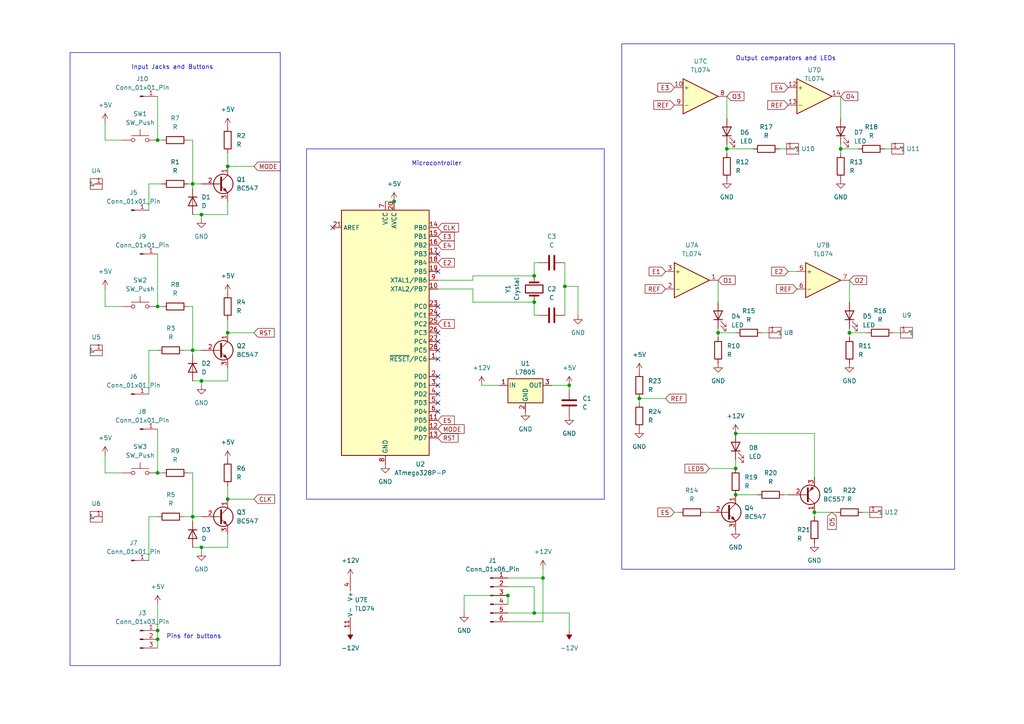
<source format=kicad_sch>
(kicad_sch (version 20230121) (generator eeschema)
  (paper "A4")
  (lib_symbols
    (symbol "Amplifier_Operational:TL074" (pin_names (offset 0.127))
      (property "Reference" "U" (at 0 5.08 0))
      (property "Value" "TL074" (at 0 -5.08 0))
      (symbol "TL074_1_1"
        (pin output line (at 7.62 0 180) (length 2.54) (name "~") (number "1"))
        (pin input line (at -7.62 -2.54 0) (length 2.54) (name "-") (number "2"))
        (pin input line (at -7.62 2.54 0) (length 2.54) (name "+") (number "3"))
      )
      (symbol "TL074_2_1"
        (pin input line (at -7.62 2.54 0) (length 2.54) (name "+") (number "5"))
        (pin input line (at -7.62 -2.54 0) (length 2.54) (name "-") (number "6"))
        (pin output line (at 7.62 0 180) (length 2.54) (name "~") (number "7"))
      )
      (symbol "TL074_3_1"
        (pin input line (at -7.62 2.54 0) (length 2.54) (name "+") (number "10"))
        (pin output line (at 7.62 0 180) (length 2.54) (name "~") (number "8"))
        (pin input line (at -7.62 -2.54 0) (length 2.54) (name "-") (number "9"))
      )
      (symbol "TL074_4_1"
        (pin input line (at -7.62 2.54 0) (length 2.54) (name "+") (number "12"))
        (pin input line (at -7.62 -2.54 0) (length 2.54) (name "-") (number "13"))
        (pin output line (at 7.62 0 180) (length 2.54) (name "~") (number "14"))
      )
      (symbol "TL074_5_1"
        (pin power_in line (at -2.54 -7.62 90) (length 3.81) (name "V-") (number "11"))
        (pin power_in line (at -2.54 7.62 270) (length 3.81) (name "V+") (number "4"))
      )
    )
    (symbol "Connector:Conn_01x01_Pin" (pin_names (offset 1.016) hide)
      (property "Reference" "J" (at 0 2.54 0))
      (property "Value" "Conn_01x01_Pin" (at 0 -2.54 0))
      (symbol "Conn_01x01_Pin_1_1"
        (pin passive line (at 5.08 0 180) (length 3.81) (name "Pin_1") (number "1"))
      )
    )
    (symbol "Connector:Conn_01x03_Pin" (pin_names (offset 1.016) hide)
      (property "Reference" "J" (at 0 5.08 0))
      (property "Value" "Conn_01x03_Pin" (at 0 -5.08 0))
      (symbol "Conn_01x03_Pin_1_1"
        (pin passive line (at 5.08 2.54 180) (length 3.81) (name "Pin_1") (number "1"))
        (pin passive line (at 5.08 0 180) (length 3.81) (name "Pin_2") (number "2"))
        (pin passive line (at 5.08 -2.54 180) (length 3.81) (name "Pin_3") (number "3"))
      )
    )
    (symbol "Connector:Conn_01x06_Pin" (pin_names (offset 1.016) hide)
      (property "Reference" "J" (at 0 7.62 0))
      (property "Value" "Conn_01x06_Pin" (at 0 -10.16 0))
      (symbol "Conn_01x06_Pin_1_1"
        (pin passive line (at 5.08 5.08 180) (length 3.81) (name "Pin_1") (number "1"))
        (pin passive line (at 5.08 2.54 180) (length 3.81) (name "Pin_2") (number "2"))
        (pin passive line (at 5.08 0 180) (length 3.81) (name "Pin_3") (number "3"))
        (pin passive line (at 5.08 -2.54 180) (length 3.81) (name "Pin_4") (number "4"))
        (pin passive line (at 5.08 -5.08 180) (length 3.81) (name "Pin_5") (number "5"))
        (pin passive line (at 5.08 -7.62 180) (length 3.81) (name "Pin_6") (number "6"))
      )
    )
    (symbol "Connector:Conn_01x14_Pin" (pin_names (offset 1.016) hide)
      (property "Reference" "J" (at 0 17.78 0))
      (property "Value" "Conn_01x14_Pin" (at 0 -20.32 0))
      (symbol "Conn_01x14_Pin_1_1"
        (pin passive line (at 5.08 15.24 180) (length 3.81) (name "Pin_1") (number "1"))
        (pin passive line (at 5.08 -7.62 180) (length 3.81) (name "Pin_10") (number "10"))
        (pin passive line (at 5.08 -10.16 180) (length 3.81) (name "Pin_11") (number "11"))
        (pin passive line (at 5.08 -12.7 180) (length 3.81) (name "Pin_12") (number "12"))
        (pin passive line (at 5.08 -15.24 180) (length 3.81) (name "Pin_13") (number "13"))
        (pin passive line (at 5.08 -17.78 180) (length 3.81) (name "Pin_14") (number "14"))
        (pin passive line (at 5.08 12.7 180) (length 3.81) (name "Pin_2") (number "2"))
        (pin passive line (at 5.08 10.16 180) (length 3.81) (name "Pin_3") (number "3"))
        (pin passive line (at 5.08 7.62 180) (length 3.81) (name "Pin_4") (number "4"))
        (pin passive line (at 5.08 5.08 180) (length 3.81) (name "Pin_5") (number "5"))
        (pin passive line (at 5.08 2.54 180) (length 3.81) (name "Pin_6") (number "6"))
        (pin passive line (at 5.08 0 180) (length 3.81) (name "Pin_7") (number "7"))
        (pin passive line (at 5.08 -2.54 180) (length 3.81) (name "Pin_8") (number "8"))
        (pin passive line (at 5.08 -5.08 180) (length 3.81) (name "Pin_9") (number "9"))
      )
    )
    (symbol "Device:C" (pin_numbers hide) (pin_names (offset 0.254))
      (property "Reference" "C" (at 0.635 2.54 0))
      (property "Value" "C" (at 0.635 -2.54 0))
      (symbol "C_1_1"
        (pin passive line (at 0 3.81 270) (length 2.794) (name "~") (number "1"))
        (pin passive line (at 0 -3.81 90) (length 2.794) (name "~") (number "2"))
      )
    )
    (symbol "Device:Crystal" (pin_numbers hide) (pin_names (offset 1.016) hide)
      (property "Reference" "Y" (at 0 3.81 0))
      (property "Value" "Crystal" (at 0 -3.81 0))
      (symbol "Crystal_1_1"
        (pin passive line (at -3.81 0 0) (length 1.27) (name "1") (number "1"))
        (pin passive line (at 3.81 0 180) (length 1.27) (name "2") (number "2"))
      )
    )
    (symbol "Device:D" (pin_numbers hide) (pin_names (offset 1.016) hide)
      (property "Reference" "D" (at 0 2.54 0))
      (property "Value" "D" (at 0 -2.54 0))
      (symbol "D_1_1"
        (pin passive line (at -3.81 0 0) (length 2.54) (name "K") (number "1"))
        (pin passive line (at 3.81 0 180) (length 2.54) (name "A") (number "2"))
      )
    )
    (symbol "Device:LED" (pin_numbers hide) (pin_names (offset 1.016) hide)
      (property "Reference" "D" (at 0 2.54 0))
      (property "Value" "LED" (at 0 -2.54 0))
      (symbol "LED_1_1"
        (pin passive line (at -3.81 0 0) (length 2.54) (name "K") (number "1"))
        (pin passive line (at 3.81 0 180) (length 2.54) (name "A") (number "2"))
      )
    )
    (symbol "Device:R" (pin_numbers hide) (pin_names (offset 0))
      (property "Reference" "R" (at 2.032 0 90))
      (property "Value" "R" (at 0 0 90))
      (symbol "R_1_1"
        (pin passive line (at 0 3.81 270) (length 1.27) (name "~") (number "1"))
        (pin passive line (at 0 -3.81 90) (length 1.27) (name "~") (number "2"))
      )
    )
    (symbol "HEJ:Aux_flush"
      (property "Reference" "U" (at -0.0508 5.3848 0))
      (symbol "Aux_flush_1_1"
        (pin bidirectional line (at 1.7272 0 180) (length 2) (name "1") (number "1"))
      )
    )
    (symbol "MCU_Microchip_ATmega:ATmega328P-P"
      (property "Reference" "U" (at -12.7 36.83 0))
      (property "Value" "ATmega328P-P" (at 2.54 -36.83 0))
      (symbol "ATmega328P-P_1_1"
        (pin bidirectional line (at 15.24 -7.62 180) (length 2.54) (name "~{RESET}/PC6") (number "1"))
        (pin bidirectional line (at 15.24 12.7 180) (length 2.54) (name "XTAL2/PB7") (number "10"))
        (pin bidirectional line (at 15.24 -25.4 180) (length 2.54) (name "PD5") (number "11"))
        (pin bidirectional line (at 15.24 -27.94 180) (length 2.54) (name "PD6") (number "12"))
        (pin bidirectional line (at 15.24 -30.48 180) (length 2.54) (name "PD7") (number "13"))
        (pin bidirectional line (at 15.24 30.48 180) (length 2.54) (name "PB0") (number "14"))
        (pin bidirectional line (at 15.24 27.94 180) (length 2.54) (name "PB1") (number "15"))
        (pin bidirectional line (at 15.24 25.4 180) (length 2.54) (name "PB2") (number "16"))
        (pin bidirectional line (at 15.24 22.86 180) (length 2.54) (name "PB3") (number "17"))
        (pin bidirectional line (at 15.24 20.32 180) (length 2.54) (name "PB4") (number "18"))
        (pin bidirectional line (at 15.24 17.78 180) (length 2.54) (name "PB5") (number "19"))
        (pin bidirectional line (at 15.24 -12.7 180) (length 2.54) (name "PD0") (number "2"))
        (pin power_in line (at 2.54 38.1 270) (length 2.54) (name "AVCC") (number "20"))
        (pin passive line (at -15.24 30.48 0) (length 2.54) (name "AREF") (number "21"))
        (pin passive line (at 0 -38.1 90) (length 2.54) hide (name "GND") (number "22"))
        (pin bidirectional line (at 15.24 7.62 180) (length 2.54) (name "PC0") (number "23"))
        (pin bidirectional line (at 15.24 5.08 180) (length 2.54) (name "PC1") (number "24"))
        (pin bidirectional line (at 15.24 2.54 180) (length 2.54) (name "PC2") (number "25"))
        (pin bidirectional line (at 15.24 0 180) (length 2.54) (name "PC3") (number "26"))
        (pin bidirectional line (at 15.24 -2.54 180) (length 2.54) (name "PC4") (number "27"))
        (pin bidirectional line (at 15.24 -5.08 180) (length 2.54) (name "PC5") (number "28"))
        (pin bidirectional line (at 15.24 -15.24 180) (length 2.54) (name "PD1") (number "3"))
        (pin bidirectional line (at 15.24 -17.78 180) (length 2.54) (name "PD2") (number "4"))
        (pin bidirectional line (at 15.24 -20.32 180) (length 2.54) (name "PD3") (number "5"))
        (pin bidirectional line (at 15.24 -22.86 180) (length 2.54) (name "PD4") (number "6"))
        (pin power_in line (at 0 38.1 270) (length 2.54) (name "VCC") (number "7"))
        (pin power_in line (at 0 -38.1 90) (length 2.54) (name "GND") (number "8"))
        (pin bidirectional line (at 15.24 15.24 180) (length 2.54) (name "XTAL1/PB6") (number "9"))
      )
    )
    (symbol "Regulator_Linear:L7805" (pin_names (offset 0.254))
      (property "Reference" "U" (at -3.81 3.175 0))
      (property "Value" "L7805" (at 0 3.175 0))
      (symbol "L7805_1_1"
        (pin power_in line (at -7.62 0 0) (length 2.54) (name "IN") (number "1"))
        (pin power_in line (at 0 -7.62 90) (length 2.54) (name "GND") (number "2"))
        (pin power_out line (at 7.62 0 180) (length 2.54) (name "OUT") (number "3"))
      )
    )
    (symbol "Switch:SW_Push" (pin_numbers hide) (pin_names (offset 1.016) hide)
      (property "Reference" "SW" (at 1.27 2.54 0))
      (property "Value" "SW_Push" (at 0 -1.524 0))
      (symbol "SW_Push_0_1"
        (pin passive line (at -5.08 0 0) (length 2.54) (name "1") (number "1"))
        (pin passive line (at 5.08 0 180) (length 2.54) (name "2") (number "2"))
      )
    )
    (symbol "Transistor_BJT:BC547" (pin_names (offset 0) hide)
      (property "Reference" "Q" (at 5.08 1.905 0))
      (property "Value" "BC547" (at 5.08 0 0))
      (symbol "BC547_1_1"
        (pin passive line (at 2.54 5.08 270) (length 2.54) (name "C") (number "1"))
        (pin input line (at -5.08 0 0) (length 5.08) (name "B") (number "2"))
        (pin passive line (at 2.54 -5.08 90) (length 2.54) (name "E") (number "3"))
      )
    )
    (symbol "Transistor_BJT:BC557" (pin_names (offset 0) hide)
      (property "Reference" "Q" (at 5.08 1.905 0))
      (property "Value" "BC557" (at 5.08 0 0))
      (symbol "BC557_1_1"
        (pin passive line (at 2.54 5.08 270) (length 2.54) (name "C") (number "1"))
        (pin input line (at -5.08 0 0) (length 5.715) (name "B") (number "2"))
        (pin passive line (at 2.54 -5.08 90) (length 2.54) (name "E") (number "3"))
      )
    )
    (symbol "power:+12V" (power) (pin_names (offset 0))
      (property "Value" "+12V" (at 0 3.556 0))
      (symbol "+12V_1_1"
        (pin power_in line (at 0 0 90) (length 0) hide (name "+12V") (number "1"))
      )
    )
    (symbol "power:+5V" (power) (pin_names (offset 0))
      (property "Value" "+5V" (at 0 3.556 0))
      (symbol "+5V_1_1"
        (pin power_in line (at 0 0 90) (length 0) hide (name "+5V") (number "1"))
      )
    )
    (symbol "power:-12V" (power) (pin_names (offset 0))
      (property "Value" "-12V" (at 0 3.81 0))
      (symbol "-12V_0_0"
        (pin power_in line (at 0 0 90) (length 0) hide (name "-12V") (number "1"))
      )
    )
    (symbol "power:GND" (power) (pin_names (offset 0))
      (property "Value" "GND" (at 0 -3.81 0))
      (symbol "GND_1_1"
        (pin power_in line (at 0 0 270) (length 0) hide (name "GND") (number "1"))
      )
    )
  )
  (junction (at 45.72 137.16))
  (junction (at 154.94 177.8))
  (junction (at 58.42 158.75))
  (junction (at 66.04 144.78))
  (junction (at 185.42 115.57))
  (junction (at 114.3 58.42))
  (junction (at 163.83 83.0676))
  (junction (at 210.82 43.18))
  (junction (at 58.42 110.49))
  (junction (at 147.32 172.72))
  (junction (at 213.36 143.51))
  (junction (at 157.48 167.64))
  (junction (at 58.42 62.23))
  (junction (at 154.94 80.01))
  (junction (at 45.72 185.42))
  (junction (at 66.04 48.26))
  (junction (at 213.36 125.73))
  (junction (at 55.88 101.6))
  (junction (at 165.1 111.76))
  (junction (at 243.84 43.18))
  (junction (at 55.88 53.34))
  (junction (at 246.38 96.52))
  (junction (at 213.36 135.89))
  (junction (at 66.04 96.52))
  (junction (at 154.94 87.63))
  (junction (at 208.28 96.52))
  (junction (at 45.72 40.64))
  (junction (at 45.72 88.9))
  (junction (at 236.22 148.59))
  (junction (at 45.72 182.88))
  (junction (at 55.88 149.86))
  (no_connect (at 127 101.6))
  (no_connect (at 127 111.76))
  (no_connect (at 127 99.06))
  (no_connect (at 127 116.84))
  (no_connect (at 127 96.52))
  (no_connect (at 127 114.3))
  (no_connect (at 127 73.66))
  (no_connect (at 127 109.22))
  (no_connect (at 96.52 66.04))
  (no_connect (at 127 119.38))
  (no_connect (at 127 78.74))
  (no_connect (at 127 104.14))
  (no_connect (at 127 88.9))
  (no_connect (at 127 91.44))
  (wire (pts (xy 185.42 115.57) (xy 185.42 116.84)))
  (wire (pts (xy 391.16 0) (xy 398.78 0)))
  (wire (pts (xy 210.82 44.45) (xy 210.82 43.18)))
  (wire (pts (xy 58.42 62.23) (xy 66.04 62.23)))
  (wire (pts (xy 414.02 0) (xy 421.64 0)))
  (wire (pts (xy 55.88 88.9) (xy 55.88 101.6)))
  (wire (pts (xy 45.72 40.64) (xy 46.99 40.64)))
  (wire (pts (xy 55.88 102.87) (xy 55.88 101.6)))
  (wire (pts (xy 213.36 133.35) (xy 213.36 135.89)))
  (wire (pts (xy 58.42 110.49) (xy 66.04 110.49)))
  (wire (pts (xy 55.88 149.86) (xy 58.42 149.86)))
  (wire (pts (xy 55.88 40.64) (xy 55.88 53.34)))
  (wire (pts (xy 45.72 124.46) (xy 45.72 137.16)))
  (wire (pts (xy 43.18 53.34) (xy 46.99 53.34)))
  (wire (pts (xy 66.04 154.94) (xy 66.04 158.75)))
  (wire (pts (xy 236.22 148.59) (xy 236.22 149.86)))
  (wire (pts (xy 246.38 96.52) (xy 251.46 96.52)))
  (wire (pts (xy 236.22 125.73) (xy 236.22 138.43)))
  (wire (pts (xy 204.47 148.59) (xy 205.74 148.59)))
  (wire (pts (xy 205.74 135.89) (xy 213.36 135.89)))
  (wire (pts (xy 208.28 97.79) (xy 208.28 96.52)))
  (wire (pts (xy 30.48 132.08) (xy 30.48 137.16)))
  (wire (pts (xy 55.88 110.49) (xy 58.42 110.49)))
  (wire (pts (xy 54.61 137.16) (xy 55.88 137.16)))
  (wire (pts (xy 165.1 182.88) (xy 165.1 177.8)))
  (wire (pts (xy 163.83 76.2) (xy 163.83 83.0676)))
  (wire (pts (xy 165.1 111.76) (xy 165.1 113.03)))
  (wire (pts (xy 195.58 148.59) (xy 196.85 148.59)))
  (wire (pts (xy 236.22 148.59) (xy 242.57 148.59)))
  (wire (pts (xy 157.48 167.64) (xy 157.48 180.34)))
  (wire (pts (xy 185.42 115.57) (xy 193.04 115.57)))
  (wire (pts (xy 30.48 83.82) (xy 30.48 88.9)))
  (wire (pts (xy 55.88 137.16) (xy 55.88 149.86)))
  (wire (pts (xy 30.48 88.9) (xy 35.56 88.9)))
  (wire (pts (xy 55.88 158.75) (xy 58.42 158.75)))
  (wire (pts (xy 54.61 88.9) (xy 55.88 88.9)))
  (wire (pts (xy 243.84 44.45) (xy 243.84 43.18)))
  (wire (pts (xy 58.42 62.23) (xy 58.42 63.5)))
  (wire (pts (xy 45.72 137.16) (xy 46.99 137.16)))
  (wire (pts (xy 66.04 44.45) (xy 66.04 48.26)))
  (wire (pts (xy 210.82 43.18) (xy 218.44 43.18)))
  (wire (pts (xy 208.28 81.28) (xy 208.28 87.63)))
  (wire (pts (xy 243.84 27.94) (xy 243.84 34.29)))
  (wire (pts (xy 55.88 62.23) (xy 58.42 62.23)))
  (wire (pts (xy 147.32 167.64) (xy 157.48 167.64)))
  (wire (pts (xy 227.33 143.51) (xy 228.6 143.51)))
  (wire (pts (xy 73.66 96.52) (xy 66.04 96.52)))
  (wire (pts (xy 246.38 96.52) (xy 246.38 95.25)))
  (wire (pts (xy 43.18 101.6) (xy 43.18 114.3)))
  (wire (pts (xy 147.32 170.18) (xy 154.94 170.18)))
  (wire (pts (xy 243.84 43.18) (xy 243.84 41.91)))
  (wire (pts (xy 58.42 158.75) (xy 58.42 160.02)))
  (wire (pts (xy 246.38 97.79) (xy 246.38 96.52)))
  (wire (pts (xy 43.18 101.6) (xy 45.72 101.6)))
  (wire (pts (xy 210.82 43.18) (xy 210.82 41.91)))
  (wire (pts (xy 154.94 76.2) (xy 156.21 76.2)))
  (wire (pts (xy 154.94 177.8) (xy 147.32 177.8)))
  (wire (pts (xy 30.48 35.56) (xy 30.48 40.64)))
  (wire (pts (xy 154.94 170.18) (xy 154.94 177.8)))
  (wire (pts (xy 45.72 27.94) (xy 45.72 40.64)))
  (wire (pts (xy 66.04 106.68) (xy 66.04 110.49)))
  (wire (pts (xy 66.04 58.42) (xy 66.04 62.23)))
  (wire (pts (xy 73.66 144.78) (xy 66.04 144.78)))
  (wire (pts (xy 45.72 182.88) (xy 45.72 185.42)))
  (wire (pts (xy 167.64 83.0676) (xy 163.83 83.0676)))
  (wire (pts (xy 246.38 81.28) (xy 246.38 87.63)))
  (wire (pts (xy 213.36 143.51) (xy 219.71 143.51)))
  (wire (pts (xy 30.48 40.64) (xy 35.56 40.64)))
  (wire (pts (xy 256.54 43.18) (xy 258.6228 43.18)))
  (wire (pts (xy 30.48 137.16) (xy 35.56 137.16)))
  (wire (pts (xy 137.16 81.28) (xy 137.16 80.01)))
  (wire (pts (xy 134.62 172.72) (xy 147.32 172.72)))
  (wire (pts (xy 137.16 80.01) (xy 154.94 80.01)))
  (wire (pts (xy 243.84 43.18) (xy 248.92 43.18)))
  (wire (pts (xy 226.06 43.18) (xy 228.1428 43.18)))
  (wire (pts (xy 127 83.82) (xy 137.16 83.82)))
  (wire (pts (xy 210.82 27.94) (xy 210.82 34.29)))
  (wire (pts (xy 259.08 96.52) (xy 261.1628 96.52)))
  (wire (pts (xy 54.61 40.64) (xy 55.88 40.64)))
  (wire (pts (xy 53.34 101.6) (xy 55.88 101.6)))
  (wire (pts (xy 43.18 149.86) (xy 45.72 149.86)))
  (wire (pts (xy 45.72 185.42) (xy 45.72 187.96)))
  (wire (pts (xy 45.72 73.66) (xy 45.72 88.9)))
  (wire (pts (xy 154.94 80.01) (xy 154.94 76.2)))
  (wire (pts (xy 53.34 149.86) (xy 55.88 149.86)))
  (wire (pts (xy 55.88 101.6) (xy 58.42 101.6)))
  (wire (pts (xy 137.16 83.82) (xy 137.16 87.63)))
  (wire (pts (xy 73.66 48.26) (xy 66.04 48.26)))
  (wire (pts (xy 147.32 172.72) (xy 147.32 175.26)))
  (wire (pts (xy 134.62 177.8) (xy 134.62 172.72)))
  (wire (pts (xy 43.18 53.34) (xy 43.18 60.96)))
  (wire (pts (xy 165.1 111.76) (xy 160.02 111.76)))
  (wire (pts (xy 213.36 125.73) (xy 236.22 125.73)))
  (wire (pts (xy 54.61 53.34) (xy 55.88 53.34)))
  (wire (pts (xy 139.7 111.76) (xy 144.78 111.76)))
  (wire (pts (xy 154.94 91.44) (xy 156.21 91.44)))
  (wire (pts (xy 45.72 175.26) (xy 45.72 182.88)))
  (wire (pts (xy 154.94 87.63) (xy 137.16 87.63)))
  (wire (pts (xy 165.1 177.8) (xy 154.94 177.8)))
  (wire (pts (xy 45.72 88.9) (xy 46.99 88.9)))
  (wire (pts (xy 220.98 96.52) (xy 223.0628 96.52)))
  (wire (pts (xy 154.94 87.63) (xy 154.94 91.44)))
  (wire (pts (xy 58.42 158.75) (xy 66.04 158.75)))
  (wire (pts (xy 157.48 167.64) (xy 157.48 165.1)))
  (wire (pts (xy 66.04 140.97) (xy 66.04 144.78)))
  (wire (pts (xy 163.83 83.0676) (xy 163.83 91.44)))
  (wire (pts (xy 157.48 180.34) (xy 147.32 180.34)))
  (wire (pts (xy 208.28 96.52) (xy 208.28 95.25)))
  (wire (pts (xy 55.88 151.13) (xy 55.88 149.86)))
  (wire (pts (xy 208.28 96.52) (xy 213.36 96.52)))
  (wire (pts (xy 167.64 91.44) (xy 167.64 83.0676)))
  (wire (pts (xy 55.88 54.61) (xy 55.88 53.34)))
  (wire (pts (xy 111.76 58.42) (xy 114.3 58.42)))
  (wire (pts (xy 228.6 78.74) (xy 231.14 78.74)))
  (wire (pts (xy 66.04 92.71) (xy 66.04 96.52)))
  (wire (pts (xy 55.88 53.34) (xy 58.42 53.34)))
  (wire (pts (xy 43.18 149.86) (xy 43.18 162.56)))
  (wire (pts (xy 250.19 148.59) (xy 252.2728 148.59)))
  (wire (pts (xy 58.42 110.49) (xy 58.42 111.76)))
  (wire (pts (xy 127 81.28) (xy 137.16 81.28)))
  (rectangle (start 180.34 12.7) (end 276.86 165.1))
  (rectangle (start 20.32 15.24) (end 81.28 193.04))
  (rectangle (start 88.9 43.18) (end 175.26 144.78))
  (text "Pins for buttons" (at 48.26 185.42 0) (effects (font (size 1.27 1.27)) (justify left bottom)))
  (text "Input Jacks and Buttons" (at 38.1 20.32 0) (effects (font (size 1.27 1.27)) (justify left bottom)))
  (text "Output comparators and LEDs" (at 213.36 17.78 0) (effects (font (size 1.27 1.27)) (justify left bottom)))
  (text "Microcontroller" (at 119.38 48.26 0) (effects (font (size 1.27 1.27)) (justify left bottom)))
  (global_label "MODE" (shape input) (at 414.02 2.54 0) (property "Intersheetrefs" "${INTERSHEET_REFS}" (effects hide)))
  (global_label "MODE" (shape input) (at 127 124.46 0) (property "Intersheetrefs" "${INTERSHEET_REFS}" (effects hide)))
  (global_label "REF" (shape input) (at 228.6 30.48 180) (property "Intersheetrefs" "${INTERSHEET_REFS}" (effects hide)))
  (global_label "O4" (shape input) (at 414.02 17.78 0) (property "Intersheetrefs" "${INTERSHEET_REFS}" (effects hide)))
  (global_label "O3" (shape input) (at 210.82 27.94 0) (property "Intersheetrefs" "${INTERSHEET_REFS}" (effects hide)))
  (global_label "O1" (shape input) (at 208.28 81.28 0) (property "Intersheetrefs" "${INTERSHEET_REFS}" (effects hide)))
  (global_label "RST" (shape input) (at 414.02 5.08 0) (property "Intersheetrefs" "${INTERSHEET_REFS}" (effects hide)))
  (global_label "O4" (shape input) (at 243.84 27.94 0) (property "Intersheetrefs" "${INTERSHEET_REFS}" (effects hide)))
  (global_label "RST" (shape input) (at 391.16 5.08 0) (property "Intersheetrefs" "${INTERSHEET_REFS}" (effects hide)))
  (global_label "LED5" (shape input) (at 414.02 22.86 0) (property "Intersheetrefs" "${INTERSHEET_REFS}" (effects hide)))
  (global_label "O4" (shape input) (at 391.16 17.78 0) (property "Intersheetrefs" "${INTERSHEET_REFS}" (effects hide)))
  (global_label "O3" (shape input) (at 414.02 15.24 0) (property "Intersheetrefs" "${INTERSHEET_REFS}" (effects hide)))
  (global_label "E1" (shape input) (at 127 93.98 0) (property "Intersheetrefs" "${INTERSHEET_REFS}" (effects hide)))
  (global_label "MODE" (shape input) (at 391.16 2.54 0) (property "Intersheetrefs" "${INTERSHEET_REFS}" (effects hide)))
  (global_label "E3" (shape input) (at 127 68.58 0) (property "Intersheetrefs" "${INTERSHEET_REFS}" (effects hide)))
  (global_label "E4" (shape input) (at 127 71.12 0) (property "Intersheetrefs" "${INTERSHEET_REFS}" (effects hide)))
  (global_label "CLK" (shape input) (at 391.16 7.62 0) (property "Intersheetrefs" "${INTERSHEET_REFS}" (effects hide)))
  (global_label "REF" (shape input) (at 231.14 83.82 180) (property "Intersheetrefs" "${INTERSHEET_REFS}" (effects hide)))
  (global_label "E4" (shape input) (at 228.6 25.4 180) (property "Intersheetrefs" "${INTERSHEET_REFS}" (effects hide)))
  (global_label "O1" (shape input) (at 414.02 10.16 0) (property "Intersheetrefs" "${INTERSHEET_REFS}" (effects hide)))
  (global_label "O1" (shape input) (at 391.16 10.16 0) (property "Intersheetrefs" "${INTERSHEET_REFS}" (effects hide)))
  (global_label "LED5" (shape input) (at 205.74 135.89 180) (property "Intersheetrefs" "${INTERSHEET_REFS}" (effects hide)))
  (global_label "REF" (shape input) (at 193.04 115.57 0) (property "Intersheetrefs" "${INTERSHEET_REFS}" (effects hide)))
  (global_label "E2" (shape input) (at 127 76.2 0) (property "Intersheetrefs" "${INTERSHEET_REFS}" (effects hide)))
  (global_label "O2" (shape input) (at 414.02 12.7 0) (property "Intersheetrefs" "${INTERSHEET_REFS}" (effects hide)))
  (global_label "MODE" (shape input) (at 73.66 48.26 0) (property "Intersheetrefs" "${INTERSHEET_REFS}" (effects hide)))
  (global_label "O5" (shape input) (at 391.16 20.32 0) (property "Intersheetrefs" "${INTERSHEET_REFS}" (effects hide)))
  (global_label "E3" (shape input) (at 195.58 25.4 180) (property "Intersheetrefs" "${INTERSHEET_REFS}" (effects hide)))
  (global_label "E1" (shape input) (at 193.04 78.74 180) (property "Intersheetrefs" "${INTERSHEET_REFS}" (effects hide)))
  (global_label "E5" (shape input) (at 195.58 148.59 180) (property "Intersheetrefs" "${INTERSHEET_REFS}" (effects hide)))
  (global_label "E2" (shape input) (at 228.6 78.74 180) (property "Intersheetrefs" "${INTERSHEET_REFS}" (effects hide)))
  (global_label "RST" (shape input) (at 73.66 96.52 0) (property "Intersheetrefs" "${INTERSHEET_REFS}" (effects hide)))
  (global_label "E5" (shape input) (at 127 121.92 0) (property "Intersheetrefs" "${INTERSHEET_REFS}" (effects hide)))
  (global_label "CLK" (shape input) (at 73.66 144.78 0) (property "Intersheetrefs" "${INTERSHEET_REFS}" (effects hide)))
  (global_label "LED5" (shape input) (at 391.16 22.86 0) (property "Intersheetrefs" "${INTERSHEET_REFS}" (effects hide)))
  (global_label "REF" (shape input) (at 193.04 83.82 180) (property "Intersheetrefs" "${INTERSHEET_REFS}" (effects hide)))
  (global_label "CLK" (shape input) (at 414.02 7.62 0) (property "Intersheetrefs" "${INTERSHEET_REFS}" (effects hide)))
  (global_label "O3" (shape input) (at 391.16 15.24 0) (property "Intersheetrefs" "${INTERSHEET_REFS}" (effects hide)))
  (global_label "O5" (shape input) (at 414.02 20.32 0) (property "Intersheetrefs" "${INTERSHEET_REFS}" (effects hide)))
  (global_label "O2" (shape input) (at 246.38 81.28 0) (property "Intersheetrefs" "${INTERSHEET_REFS}" (effects hide)))
  (global_label "O5" (shape input) (at 241.3 148.59 270) (property "Intersheetrefs" "${INTERSHEET_REFS}" (effects hide)))
  (global_label "RST" (shape input) (at 127 127 0) (property "Intersheetrefs" "${INTERSHEET_REFS}" (effects hide)))
  (global_label "REF" (shape input) (at 195.58 30.48 180) (property "Intersheetrefs" "${INTERSHEET_REFS}" (effects hide)))
  (global_label "O2" (shape input) (at 391.16 12.7 0) (property "Intersheetrefs" "${INTERSHEET_REFS}" (effects hide)))
  (global_label "CLK" (shape input) (at 127 66.04 0) (property "Intersheetrefs" "${INTERSHEET_REFS}" (effects hide)))
  (symbol (lib_id "Device:R") (at 50.8 40.64 270) (unit 1)
    (property "Reference" "R7" (at 50.8 34.29 90))
    (property "Value" "R" (at 50.8 36.83 90))
    (property "Footprint" "Resistor_THT:R_Axial_DIN0207_L6.3mm_D2.5mm_P7.62mm_Horizontal" (effects hide))
  )
  (symbol (lib_id "Device:R") (at 222.25 43.18 270) (unit 1)
    (property "Reference" "R17" (at 222.25 36.83 90))
    (property "Value" "R" (at 222.25 39.37 90))
    (property "Footprint" "Resistor_THT:R_Axial_DIN0207_L6.3mm_D2.5mm_P7.62mm_Horizontal" (effects hide))
  )
  (symbol (lib_id "Device:R") (at 243.84 48.26 0) (unit 1)
    (property "Reference" "R13" (at 246.38 46.99 0) (effects (justify left)))
    (property "Value" "R" (at 246.38 49.53 0) (effects (justify left)))
    (property "Footprint" "Resistor_THT:R_Axial_DIN0207_L6.3mm_D2.5mm_P7.62mm_Horizontal" (effects hide))
  )
  (symbol (lib_id "Switch:SW_Push") (at 40.64 137.16 0) (unit 1)
    (property "Reference" "SW3" (at 40.64 129.54 0))
    (property "Value" "SW_Push" (at 40.64 132.08 0))
  )
  (symbol (lib_id "Transistor_BJT:BC557") (at 233.68 143.51 0) (mirror x) (unit 1)
    (property "Reference" "Q5" (at 238.76 142.24 0) (effects (justify left)))
    (property "Value" "BC557" (at 238.76 144.78 0) (effects (justify left)))
    (property "Footprint" "Package_TO_SOT_THT:TO-92L_Inline_Wide" (effects hide))
    (property "Datasheet" "https://www.onsemi.com/pub/Collateral/BC556BTA-D.pdf" (effects hide))
  )
  (symbol (lib_id "Device:C") (at 160.02 91.44 90) (unit 1)
    (property "Reference" "C2" (at 160.02 83.82 90))
    (property "Value" "C" (at 160.02 86.36 90))
    (property "Footprint" "Capacitor_THT:C_Disc_D5.0mm_W2.5mm_P2.50mm" (effects hide))
  )
  (symbol (lib_id "power:+5V") (at 421.64 0 0) (unit 1)
    (property "Reference" "#PWR036" (effects hide))
    (property "Value" "+5V" (at 421.64 -5.08 0))
  )
  (symbol (lib_id "power:GND") (at 236.22 157.48 0) (unit 1)
    (property "Reference" "#PWR026" (effects hide))
    (property "Value" "GND" (at 236.22 162.56 0))
  )
  (symbol (lib_id "power:GND") (at 58.42 160.02 0) (unit 1)
    (property "Reference" "#PWR016" (effects hide))
    (property "Value" "GND" (at 58.42 165.1 0))
  )
  (symbol (lib_id "HEJ:Aux_flush") (at 254 148.59 180) (unit 1)
    (property "Reference" "U12" (at 256.54 148.5646 0) (effects (justify right)))
    (property "Value" "Aux_flush" (effects hide))
    (property "Footprint" "Library:3mm5 Mono Aux" (effects hide))
  )
  (symbol (lib_id "Device:R") (at 66.04 40.64 0) (unit 1)
    (property "Reference" "R2" (at 68.58 39.37 0) (effects (justify left)))
    (property "Value" "R" (at 68.58 41.91 0) (effects (justify left)))
    (property "Footprint" "Resistor_THT:R_Axial_DIN0207_L6.3mm_D2.5mm_P7.62mm_Horizontal" (effects hide))
  )
  (symbol (lib_id "Device:R") (at 255.27 96.52 270) (unit 1)
    (property "Reference" "R16" (at 255.27 90.17 90))
    (property "Value" "R" (at 255.27 92.71 90))
    (property "Footprint" "Resistor_THT:R_Axial_DIN0207_L6.3mm_D2.5mm_P7.62mm_Horizontal" (effects hide))
  )
  (symbol (lib_id "Device:R") (at 49.53 101.6 270) (unit 1)
    (property "Reference" "R3" (at 49.53 95.25 90))
    (property "Value" "R" (at 49.53 97.79 90))
    (property "Footprint" "Resistor_THT:R_Axial_DIN0207_L6.3mm_D2.5mm_P7.62mm_Horizontal" (effects hide))
  )
  (symbol (lib_id "Device:D") (at 55.88 154.94 270) (unit 1)
    (property "Reference" "D3" (at 58.42 153.67 90) (effects (justify left)))
    (property "Value" "D" (at 58.42 156.21 90) (effects (justify left)))
    (property "Footprint" "Diode_THT:D_A-405_P7.62mm_Horizontal" (effects hide))
    (property "Sim.Device" "D" (effects hide))
    (property "Sim.Pins" "1=K 2=A" (effects hide))
  )
  (symbol (lib_id "Connector:Conn_01x03_Pin") (at 40.64 185.42 0) (unit 1)
    (property "Reference" "J3" (at 41.275 177.8 0))
    (property "Value" "Conn_01x03_Pin" (at 41.275 180.34 0))
    (property "Footprint" "Connector_PinHeader_2.54mm:PinHeader_1x03_P2.54mm_Vertical" (effects hide))
  )
  (symbol (lib_id "power:GND") (at 185.42 124.46 0) (unit 1)
    (property "Reference" "#PWR031" (effects hide))
    (property "Value" "GND" (at 185.42 129.54 0))
  )
  (symbol (lib_id "Connector:Conn_01x01_Pin") (at 40.64 27.94 0) (unit 1)
    (property "Reference" "J10" (at 41.275 22.86 0))
    (property "Value" "Conn_01x01_Pin" (at 41.275 25.4 0))
    (property "Footprint" "Connector_PinHeader_2.00mm:PinHeader_1x01_P2.00mm_Vertical" (effects hide))
  )
  (symbol (lib_id "Regulator_Linear:L7805") (at 152.4 111.76 0) (unit 1)
    (property "Reference" "U1" (at 152.4 105.41 0))
    (property "Value" "L7805" (at 152.4 107.95 0))
    (property "Footprint" "Package_TO_SOT_SMD:TO-252-3_TabPin2" (effects hide))
    (property "Datasheet" "http://www.st.com/content/ccc/resource/technical/document/datasheet/41/4f/b3/b0/12/d4/47/88/CD00000444.pdf/files/CD00000444.pdf/jcr:content/translations/en.CD00000444.pdf" (effects hide))
  )
  (symbol (lib_id "HEJ:Aux_flush") (at 27.94 53.34 0) (unit 1)
    (property "Reference" "U4" (at 27.9146 49.53 0))
    (property "Value" "Aux_flush" (effects hide))
    (property "Footprint" "Library:3mm5 Mono Aux" (effects hide))
  )
  (symbol (lib_id "Device:LED") (at 208.28 91.44 90) (unit 1)
    (property "Reference" "D4" (at 212.09 91.7575 90) (effects (justify right)))
    (property "Value" "LED" (at 212.09 94.2975 90) (effects (justify right)))
    (property "Footprint" "LED_THT:LED_D5.0mm" (effects hide))
  )
  (symbol (lib_id "Connector:Conn_01x14_Pin") (at 408.94 15.24 0) (unit 1)
    (property "Reference" "J4" (at 409.575 -5.08 0))
    (property "Value" "Conn_01x14_Pin" (at 409.575 -2.54 0))
    (property "Footprint" "Connector_PinHeader_2.54mm:PinHeader_1x14_P2.54mm_Vertical" (effects hide))
  )
  (symbol (lib_id "power:+12V") (at 391.16 30.48 270) (unit 1)
    (property "Reference" "#PWR037" (effects hide))
    (property "Value" "+12V" (at 394.97 30.48 90) (effects (justify left)))
  )
  (symbol (lib_id "power:+5V") (at 45.72 175.26 0) (unit 1)
    (property "Reference" "#PWR034" (effects hide))
    (property "Value" "+5V" (at 45.72 170.18 0))
  )
  (symbol (lib_id "power:GND") (at 167.64 91.44 0) (unit 1)
    (property "Reference" "#PWR010" (effects hide))
    (property "Value" "GND" (at 167.64 96.52 0))
  )
  (symbol (lib_id "Device:R") (at 246.38 101.6 0) (unit 1)
    (property "Reference" "R11" (at 248.92 100.33 0) (effects (justify left)))
    (property "Value" "R" (at 248.92 102.87 0) (effects (justify left)))
    (property "Footprint" "Resistor_THT:R_Axial_DIN0207_L6.3mm_D2.5mm_P7.62mm_Horizontal" (effects hide))
  )
  (symbol (lib_id "power:GND") (at 165.1 120.65 0) (unit 1)
    (property "Reference" "#PWR07" (effects hide))
    (property "Value" "GND" (at 165.1 125.73 0))
  )
  (symbol (lib_id "Amplifier_Operational:TL074") (at 236.22 27.94 0) (unit 4)
    (property "Reference" "U7" (at 236.22 20.32 0))
    (property "Value" "TL074" (at 236.22 22.86 0))
    (property "Footprint" "Package_DIP:DIP-14_W7.62mm" (effects hide))
    (property "Datasheet" "http://www.ti.com/lit/ds/symlink/tl071.pdf" (effects hide))
  )
  (symbol (lib_id "power:GND") (at 111.76 134.62 0) (unit 1)
    (property "Reference" "#PWR08" (effects hide))
    (property "Value" "GND" (at 111.76 139.7 0))
  )
  (symbol (lib_id "HEJ:Aux_flush") (at 224.79 96.52 180) (unit 1)
    (property "Reference" "U8" (at 227.33 96.4946 0) (effects (justify right)))
    (property "Value" "Aux_flush" (effects hide))
    (property "Footprint" "Library:3mm5 Mono Aux" (effects hide))
  )
  (symbol (lib_id "Device:LED") (at 246.38 91.44 90) (unit 1)
    (property "Reference" "D5" (at 250.19 91.7575 90) (effects (justify right)))
    (property "Value" "LED" (at 250.19 94.2975 90) (effects (justify right)))
    (property "Footprint" "LED_THT:LED_D5.0mm" (effects hide))
  )
  (symbol (lib_id "Device:R") (at 208.28 101.6 0) (unit 1)
    (property "Reference" "R10" (at 210.82 100.33 0) (effects (justify left)))
    (property "Value" "R" (at 210.82 102.87 0) (effects (justify left)))
    (property "Footprint" "Resistor_THT:R_Axial_DIN0207_L6.3mm_D2.5mm_P7.62mm_Horizontal" (effects hide))
  )
  (symbol (lib_id "MCU_Microchip_ATmega:ATmega328P-P") (at 111.76 96.52 0) (unit 1)
    (property "Reference" "U2" (at 121.92 134.62 0))
    (property "Value" "ATmega328P-P" (at 121.92 137.16 0))
    (property "Footprint" "Package_DIP:DIP-28_W7.62mm" (effects hide))
    (property "Datasheet" "http://ww1.microchip.com/downloads/en/DeviceDoc/ATmega328_P%20AVR%20MCU%20with%20picoPower%20Technology%20Data%20Sheet%2040001984A.pdf" (effects hide))
  )
  (symbol (lib_id "power:+12V") (at 213.36 125.73 0) (unit 1)
    (property "Reference" "#PWR027" (effects hide))
    (property "Value" "+12V" (at 213.36 120.65 0))
  )
  (symbol (lib_id "Connector:Conn_01x14_Pin") (at 386.08 15.24 0) (unit 1)
    (property "Reference" "J2" (at 386.715 -5.08 0))
    (property "Value" "Conn_01x14_Pin" (at 386.715 -2.54 0))
    (property "Footprint" "Connector_PinHeader_2.54mm:PinHeader_1x14_P2.54mm_Vertical" (effects hide))
  )
  (symbol (lib_id "Device:D") (at 55.88 58.42 270) (unit 1)
    (property "Reference" "D1" (at 58.42 57.15 90) (effects (justify left)))
    (property "Value" "D" (at 58.42 59.69 90) (effects (justify left)))
    (property "Footprint" "Diode_THT:D_A-405_P7.62mm_Horizontal" (effects hide))
    (property "Sim.Device" "D" (effects hide))
    (property "Sim.Pins" "1=K 2=A" (effects hide))
  )
  (symbol (lib_id "power:+5V") (at 165.1 111.76 0) (unit 1)
    (property "Reference" "#PWR06" (effects hide))
    (property "Value" "+5V" (at 165.1 106.68 0))
  )
  (symbol (lib_id "Device:R") (at 185.42 111.76 0) (unit 1)
    (property "Reference" "R23" (at 187.96 110.49 0) (effects (justify left)))
    (property "Value" "R" (at 187.96 113.03 0) (effects (justify left)))
    (property "Footprint" "Resistor_THT:R_Axial_DIN0207_L6.3mm_D2.5mm_P7.62mm_Horizontal" (effects hide))
  )
  (symbol (lib_id "power:GND") (at 58.42 63.5 0) (unit 1)
    (property "Reference" "#PWR012" (effects hide))
    (property "Value" "GND" (at 58.42 68.58 0))
  )
  (symbol (lib_id "Device:R") (at 210.82 48.26 0) (unit 1)
    (property "Reference" "R12" (at 213.36 46.99 0) (effects (justify left)))
    (property "Value" "R" (at 213.36 49.53 0) (effects (justify left)))
    (property "Footprint" "Resistor_THT:R_Axial_DIN0207_L6.3mm_D2.5mm_P7.62mm_Horizontal" (effects hide))
  )
  (symbol (lib_id "Switch:SW_Push") (at 40.64 88.9 0) (unit 1)
    (property "Reference" "SW2" (at 40.64 81.28 0))
    (property "Value" "SW_Push" (at 40.64 83.82 0))
  )
  (symbol (lib_id "Device:R") (at 50.8 53.34 270) (unit 1)
    (property "Reference" "R1" (at 50.8 46.99 90))
    (property "Value" "R" (at 50.8 49.53 90))
    (property "Footprint" "Resistor_THT:R_Axial_DIN0207_L6.3mm_D2.5mm_P7.62mm_Horizontal" (effects hide))
  )
  (symbol (lib_id "power:GND") (at 152.4 119.38 0) (unit 1)
    (property "Reference" "#PWR05" (effects hide))
    (property "Value" "GND" (at 152.4 124.46 0))
  )
  (symbol (lib_id "power:-12V") (at 101.6 182.88 180) (unit 1)
    (property "Reference" "#PWR029" (effects hide))
    (property "Value" "-12V" (at 101.6 187.96 0))
  )
  (symbol (lib_id "power:+12V") (at 139.7 111.76 0) (unit 1)
    (property "Reference" "#PWR04" (effects hide))
    (property "Value" "+12V" (at 139.7 106.68 0))
  )
  (symbol (lib_id "Amplifier_Operational:TL074") (at 238.76 81.28 0) (unit 2)
    (property "Reference" "U7" (at 238.76 71.12 0))
    (property "Value" "TL074" (at 238.76 73.66 0))
    (property "Footprint" "Package_DIP:DIP-14_W7.62mm" (effects hide))
    (property "Datasheet" "http://www.ti.com/lit/ds/symlink/tl071.pdf" (effects hide))
  )
  (symbol (lib_id "Transistor_BJT:BC547") (at 63.5 149.86 0) (unit 1)
    (property "Reference" "Q3" (at 68.58 148.59 0) (effects (justify left)))
    (property "Value" "BC547" (at 68.58 151.13 0) (effects (justify left)))
    (property "Footprint" "Package_TO_SOT_THT:TO-92_Inline_Wide" (effects hide))
    (property "Datasheet" "https://www.onsemi.com/pub/Collateral/BC550-D.pdf" (effects hide))
  )
  (symbol (lib_id "power:+5V") (at 30.48 83.82 0) (unit 1)
    (property "Reference" "#PWR019" (effects hide))
    (property "Value" "+5V" (at 30.48 78.74 0))
  )
  (symbol (lib_id "Transistor_BJT:BC547") (at 63.5 53.34 0) (unit 1)
    (property "Reference" "Q1" (at 68.58 52.07 0) (effects (justify left)))
    (property "Value" "BC547" (at 68.58 54.61 0) (effects (justify left)))
    (property "Footprint" "Package_TO_SOT_THT:TO-92_Inline_Wide" (effects hide))
    (property "Datasheet" "https://www.onsemi.com/pub/Collateral/BC550-D.pdf" (effects hide))
  )
  (symbol (lib_id "power:GND") (at 391.16 33.02 0) (unit 1)
    (property "Reference" "#PWR033" (effects hide))
    (property "Value" "GND" (at 391.16 38.1 0))
  )
  (symbol (lib_id "power:+12V") (at 101.6 167.64 0) (unit 1)
    (property "Reference" "#PWR028" (effects hide))
    (property "Value" "+12V" (at 101.6 162.56 0))
  )
  (symbol (lib_id "Device:R") (at 246.38 148.59 270) (unit 1)
    (property "Reference" "R22" (at 246.38 142.24 90))
    (property "Value" "R" (at 246.38 144.78 90))
    (property "Footprint" "Resistor_THT:R_Axial_DIN0207_L6.3mm_D2.5mm_P7.62mm_Horizontal" (effects hide))
  )
  (symbol (lib_id "power:+5V") (at 114.3 58.42 0) (unit 1)
    (property "Reference" "#PWR09" (effects hide))
    (property "Value" "+5V" (at 114.3 53.34 0))
  )
  (symbol (lib_id "power:+5V") (at 66.04 85.09 0) (unit 1)
    (property "Reference" "#PWR015" (effects hide))
    (property "Value" "+5V" (at 66.04 80.01 0))
  )
  (symbol (lib_id "power:+5V") (at 66.04 36.83 0) (unit 1)
    (property "Reference" "#PWR013" (effects hide))
    (property "Value" "+5V" (at 66.04 31.75 0))
  )
  (symbol (lib_id "power:+5V") (at 30.48 35.56 0) (unit 1)
    (property "Reference" "#PWR018" (effects hide))
    (property "Value" "+5V" (at 30.48 30.48 0))
  )
  (symbol (lib_id "Device:D") (at 55.88 106.68 270) (unit 1)
    (property "Reference" "D2" (at 58.42 105.41 90) (effects (justify left)))
    (property "Value" "D" (at 58.42 107.95 90) (effects (justify left)))
    (property "Footprint" "Diode_THT:D_A-405_P7.62mm_Horizontal" (effects hide))
    (property "Sim.Device" "D" (effects hide))
    (property "Sim.Pins" "1=K 2=A" (effects hide))
  )
  (symbol (lib_id "power:-12V") (at 165.1 182.88 0) (mirror x) (unit 1)
    (property "Reference" "#PWR03" (effects hide))
    (property "Value" "-12V" (at 165.1 187.96 0))
  )
  (symbol (lib_id "Connector:Conn_01x06_Pin") (at 142.24 172.72 0) (unit 1)
    (property "Reference" "J1" (at 142.875 162.56 0))
    (property "Value" "Conn_01x06_Pin" (at 142.875 165.1 0))
    (property "Footprint" "Connector_PinSocket_2.54mm:PinSocket_1x06_P2.54mm_Vertical" (effects hide))
  )
  (symbol (lib_id "Amplifier_Operational:TL074") (at 200.66 81.28 0) (unit 1)
    (property "Reference" "U7" (at 200.66 71.12 0))
    (property "Value" "TL074" (at 200.66 73.66 0))
    (property "Footprint" "Package_DIP:DIP-14_W7.62mm" (effects hide))
    (property "Datasheet" "http://www.ti.com/lit/ds/symlink/tl071.pdf" (effects hide))
  )
  (symbol (lib_id "HEJ:Aux_flush") (at 260.35 43.18 180) (unit 1)
    (property "Reference" "U11" (at 262.89 43.1546 0) (effects (justify right)))
    (property "Value" "Aux_flush" (effects hide))
    (property "Footprint" "Library:3mm5 Mono Aux" (effects hide))
  )
  (symbol (lib_id "Transistor_BJT:BC547") (at 63.5 101.6 0) (unit 1)
    (property "Reference" "Q2" (at 68.58 100.33 0) (effects (justify left)))
    (property "Value" "BC547" (at 68.58 102.87 0) (effects (justify left)))
    (property "Footprint" "Package_TO_SOT_THT:TO-92_Inline_Wide" (effects hide))
    (property "Datasheet" "https://www.onsemi.com/pub/Collateral/BC550-D.pdf" (effects hide))
  )
  (symbol (lib_id "Device:R") (at 236.22 153.67 180) (unit 1)
    (property "Reference" "R21" (at 231.14 153.67 0) (effects (justify right)))
    (property "Value" "R" (at 231.14 156.21 0) (effects (justify right)))
    (property "Footprint" "Resistor_THT:R_Axial_DIN0207_L6.3mm_D2.5mm_P7.62mm_Horizontal" (effects hide))
  )
  (symbol (lib_id "power:GND") (at 213.36 153.67 0) (unit 1)
    (property "Reference" "#PWR025" (effects hide))
    (property "Value" "GND" (at 213.36 158.75 0))
  )
  (symbol (lib_id "power:GND") (at 243.84 52.07 0) (unit 1)
    (property "Reference" "#PWR024" (effects hide))
    (property "Value" "GND" (at 243.84 57.15 0))
  )
  (symbol (lib_id "Device:R") (at 50.8 88.9 270) (unit 1)
    (property "Reference" "R8" (at 50.8 82.55 90))
    (property "Value" "R" (at 50.8 85.09 90))
    (property "Footprint" "Resistor_THT:R_Axial_DIN0207_L6.3mm_D2.5mm_P7.62mm_Horizontal" (effects hide))
  )
  (symbol (lib_id "Amplifier_Operational:TL074") (at 203.2 27.94 0) (unit 3)
    (property "Reference" "U7" (at 203.2 17.78 0))
    (property "Value" "TL074" (at 203.2 20.32 0))
    (property "Footprint" "Package_DIP:DIP-14_W7.62mm" (effects hide))
    (property "Datasheet" "http://www.ti.com/lit/ds/symlink/tl071.pdf" (effects hide))
  )
  (symbol (lib_id "HEJ:Aux_flush") (at 27.94 149.86 0) (unit 1)
    (property "Reference" "U6" (at 27.9146 146.05 0))
    (property "Value" "Aux_flush" (effects hide))
    (property "Footprint" "Library:3mm5 Mono Aux" (effects hide))
  )
  (symbol (lib_id "Device:C") (at 165.1 116.84 0) (unit 1)
    (property "Reference" "C1" (at 168.91 115.57 0) (effects (justify left)))
    (property "Value" "C" (at 168.91 118.11 0) (effects (justify left)))
    (property "Footprint" "Capacitor_THT:C_Rect_L10.3mm_W4.5mm_P7.50mm_MKS4" (effects hide))
  )
  (symbol (lib_id "Amplifier_Operational:TL074") (at 104.14 175.26 0) (unit 5)
    (property "Reference" "U7" (at 102.87 173.99 0) (effects (justify left)))
    (property "Value" "TL074" (at 102.87 176.53 0) (effects (justify left)))
    (property "Footprint" "Package_DIP:DIP-14_W7.62mm" (effects hide))
    (property "Datasheet" "http://www.ti.com/lit/ds/symlink/tl071.pdf" (effects hide))
  )
  (symbol (lib_id "Device:R") (at 252.73 43.18 270) (unit 1)
    (property "Reference" "R18" (at 252.73 36.83 90))
    (property "Value" "R" (at 252.73 39.37 90))
    (property "Footprint" "Resistor_THT:R_Axial_DIN0207_L6.3mm_D2.5mm_P7.62mm_Horizontal" (effects hide))
  )
  (symbol (lib_id "power:GND") (at 414.02 33.02 0) (unit 1)
    (property "Reference" "#PWR035" (effects hide))
    (property "Value" "GND" (at 414.02 38.1 0))
  )
  (symbol (lib_id "power:+12V") (at 157.48 165.1 0) (unit 1)
    (property "Reference" "#PWR02" (effects hide))
    (property "Value" "+12V" (at 157.48 160.02 0))
  )
  (symbol (lib_id "Device:R") (at 217.17 96.52 270) (unit 1)
    (property "Reference" "R15" (at 217.17 90.17 90))
    (property "Value" "R" (at 217.17 92.71 90))
    (property "Footprint" "Resistor_THT:R_Axial_DIN0207_L6.3mm_D2.5mm_P7.62mm_Horizontal" (effects hide))
  )
  (symbol (lib_id "Device:LED") (at 210.82 38.1 90) (unit 1)
    (property "Reference" "D6" (at 214.63 38.4175 90) (effects (justify right)))
    (property "Value" "LED" (at 214.63 40.9575 90) (effects (justify right)))
    (property "Footprint" "LED_THT:LED_D5.0mm" (effects hide))
  )
  (symbol (lib_id "Connector:Conn_01x01_Pin") (at 38.1 114.3 0) (unit 1)
    (property "Reference" "J6" (at 38.735 109.22 0))
    (property "Value" "Conn_01x01_Pin" (at 38.735 111.76 0))
    (property "Footprint" "Connector_PinHeader_2.00mm:PinHeader_1x01_P2.00mm_Vertical" (effects hide))
  )
  (symbol (lib_id "power:GND") (at 58.42 111.76 0) (unit 1)
    (property "Reference" "#PWR014" (effects hide))
    (property "Value" "GND" (at 58.42 116.84 0))
  )
  (symbol (lib_id "Device:R") (at 213.36 139.7 0) (unit 1)
    (property "Reference" "R19" (at 215.9 138.43 0) (effects (justify left)))
    (property "Value" "R" (at 215.9 140.97 0) (effects (justify left)))
    (property "Footprint" "Resistor_THT:R_Axial_DIN0207_L6.3mm_D2.5mm_P7.62mm_Horizontal" (effects hide))
  )
  (symbol (lib_id "Device:C") (at 160.02 76.2 90) (unit 1)
    (property "Reference" "C3" (at 160.02 68.58 90))
    (property "Value" "C" (at 160.02 71.12 90))
    (property "Footprint" "Capacitor_THT:C_Disc_D5.0mm_W2.5mm_P2.50mm" (effects hide))
  )
  (symbol (lib_id "power:+5V") (at 185.42 107.95 0) (unit 1)
    (property "Reference" "#PWR030" (effects hide))
    (property "Value" "+5V" (at 185.42 102.87 0))
  )
  (symbol (lib_id "HEJ:Aux_flush") (at 262.89 96.52 180) (unit 1)
    (property "Reference" "U9" (at 261.62 91.44 0) (effects (justify right)))
    (property "Value" "Aux_flush" (effects hide))
    (property "Footprint" "Library:3mm5 Mono Aux" (effects hide))
  )
  (symbol (lib_id "power:+12V") (at 414.02 30.48 270) (unit 1)
    (property "Reference" "#PWR038" (effects hide))
    (property "Value" "+12V" (at 417.83 30.48 90) (effects (justify left)))
  )
  (symbol (lib_id "HEJ:Aux_flush") (at 229.87 43.18 180) (unit 1)
    (property "Reference" "U10" (at 232.41 43.1546 0) (effects (justify right)))
    (property "Value" "Aux_flush" (effects hide))
    (property "Footprint" "Library:3mm5 Mono Aux" (effects hide))
  )
  (symbol (lib_id "Device:R") (at 66.04 88.9 0) (unit 1)
    (property "Reference" "R4" (at 68.58 87.63 0) (effects (justify left)))
    (property "Value" "R" (at 68.58 90.17 0) (effects (justify left)))
    (property "Footprint" "Resistor_THT:R_Axial_DIN0207_L6.3mm_D2.5mm_P7.62mm_Horizontal" (effects hide))
  )
  (symbol (lib_id "Device:R") (at 223.52 143.51 90) (unit 1)
    (property "Reference" "R20" (at 223.52 137.16 90))
    (property "Value" "R" (at 223.52 139.7 90))
    (property "Footprint" "Resistor_THT:R_Axial_DIN0207_L6.3mm_D2.5mm_P7.62mm_Horizontal" (effects hide))
  )
  (symbol (lib_id "Connector:Conn_01x01_Pin") (at 38.1 60.96 0) (unit 1)
    (property "Reference" "J5" (at 38.735 55.88 0))
    (property "Value" "Conn_01x01_Pin" (at 38.735 58.42 0))
    (property "Footprint" "Connector_PinHeader_2.00mm:PinHeader_1x01_P2.00mm_Vertical" (effects hide))
  )
  (symbol (lib_id "Device:R") (at 50.8 137.16 270) (unit 1)
    (property "Reference" "R9" (at 50.8 130.81 90))
    (property "Value" "R" (at 50.8 133.35 90))
    (property "Footprint" "Resistor_THT:R_Axial_DIN0207_L6.3mm_D2.5mm_P7.62mm_Horizontal" (effects hide))
  )
  (symbol (lib_id "Connector:Conn_01x01_Pin") (at 40.64 73.66 0) (unit 1)
    (property "Reference" "J9" (at 41.275 68.58 0))
    (property "Value" "Conn_01x01_Pin" (at 41.275 71.12 0))
    (property "Footprint" "Connector_PinHeader_2.00mm:PinHeader_1x01_P2.00mm_Vertical" (effects hide))
  )
  (symbol (lib_id "Device:LED") (at 243.84 38.1 90) (unit 1)
    (property "Reference" "D7" (at 247.65 38.4175 90) (effects (justify right)))
    (property "Value" "LED" (at 247.65 40.9575 90) (effects (justify right)))
    (property "Footprint" "LED_THT:LED_D5.0mm" (effects hide))
  )
  (symbol (lib_id "Device:R") (at 66.04 137.16 0) (unit 1)
    (property "Reference" "R6" (at 68.58 135.89 0) (effects (justify left)))
    (property "Value" "R" (at 68.58 138.43 0) (effects (justify left)))
    (property "Footprint" "Resistor_THT:R_Axial_DIN0207_L6.3mm_D2.5mm_P7.62mm_Horizontal" (effects hide))
  )
  (symbol (lib_id "Connector:Conn_01x01_Pin") (at 40.64 124.46 0) (unit 1)
    (property "Reference" "J8" (at 41.275 119.38 0))
    (property "Value" "Conn_01x01_Pin" (at 41.275 121.92 0))
    (property "Footprint" "Connector_PinHeader_2.00mm:PinHeader_1x01_P2.00mm_Vertical" (effects hide))
  )
  (symbol (lib_id "Transistor_BJT:BC547") (at 210.82 148.59 0) (unit 1)
    (property "Reference" "Q4" (at 215.9 147.32 0) (effects (justify left)))
    (property "Value" "BC547" (at 215.9 149.86 0) (effects (justify left)))
    (property "Footprint" "Package_TO_SOT_THT:TO-92_Inline_Wide" (effects hide))
    (property "Datasheet" "https://www.onsemi.com/pub/Collateral/BC550-D.pdf" (effects hide))
  )
  (symbol (lib_id "Device:Crystal") (at 154.94 83.82 90) (unit 1)
    (property "Reference" "Y1" (at 147.32 83.82 0))
    (property "Value" "Crystal" (at 149.86 83.82 0))
    (property "Footprint" "Crystal:Crystal_HC49-U_Vertical" (effects hide))
  )
  (symbol (lib_id "power:+5V") (at 398.78 0 0) (unit 1)
    (property "Reference" "#PWR032" (effects hide))
    (property "Value" "+5V" (at 398.78 -5.08 0))
  )
  (symbol (lib_id "power:GND") (at 210.82 52.07 0) (unit 1)
    (property "Reference" "#PWR023" (effects hide))
    (property "Value" "GND" (at 210.82 57.15 0))
  )
  (symbol (lib_id "Connector:Conn_01x01_Pin") (at 38.1 162.56 0) (unit 1)
    (property "Reference" "J7" (at 38.735 157.48 0))
    (property "Value" "Conn_01x01_Pin" (at 38.735 160.02 0))
    (property "Footprint" "Connector_PinHeader_2.00mm:PinHeader_1x01_P2.00mm_Vertical" (effects hide))
  )
  (symbol (lib_id "power:GND") (at 246.38 105.41 0) (unit 1)
    (property "Reference" "#PWR022" (effects hide))
    (property "Value" "GND" (at 246.38 110.49 0))
  )
  (symbol (lib_id "power:+5V") (at 30.48 132.08 0) (unit 1)
    (property "Reference" "#PWR020" (effects hide))
    (property "Value" "+5V" (at 30.48 127 0))
  )
  (symbol (lib_id "power:GND") (at 208.28 105.41 0) (unit 1)
    (property "Reference" "#PWR021" (effects hide))
    (property "Value" "GND" (at 208.28 110.49 0))
  )
  (symbol (lib_id "Device:LED") (at 213.36 129.54 90) (unit 1)
    (property "Reference" "D8" (at 217.17 129.8575 90) (effects (justify right)))
    (property "Value" "LED" (at 217.17 132.3975 90) (effects (justify right)))
    (property "Footprint" "LED_THT:LED_D5.0mm" (effects hide))
  )
  (symbol (lib_id "Device:R") (at 200.66 148.59 270) (unit 1)
    (property "Reference" "R14" (at 200.66 142.24 90))
    (property "Value" "R" (at 200.66 144.78 90))
    (property "Footprint" "Resistor_THT:R_Axial_DIN0207_L6.3mm_D2.5mm_P7.62mm_Horizontal" (effects hide))
  )
  (symbol (lib_id "Device:R") (at 49.53 149.86 270) (unit 1)
    (property "Reference" "R5" (at 49.53 143.51 90))
    (property "Value" "R" (at 49.53 146.05 90))
    (property "Footprint" "Resistor_THT:R_Axial_DIN0207_L6.3mm_D2.5mm_P7.62mm_Horizontal" (effects hide))
  )
  (symbol (lib_id "power:GND") (at 134.62 177.8 0) (unit 1)
    (property "Reference" "#PWR01" (effects hide))
    (property "Value" "GND" (at 134.62 182.88 0))
  )
  (symbol (lib_id "power:+5V") (at 66.04 133.35 0) (unit 1)
    (property "Reference" "#PWR017" (effects hide))
    (property "Value" "+5V" (at 66.04 128.27 0))
  )
  (symbol (lib_id "Switch:SW_Push") (at 40.64 40.64 0) (unit 1)
    (property "Reference" "SW1" (at 40.64 33.02 0))
    (property "Value" "SW_Push" (at 40.64 35.56 0))
  )
  (symbol (lib_id "HEJ:Aux_flush") (at 27.94 101.6 0) (unit 1)
    (property "Reference" "U5" (at 27.9146 97.79 0))
    (property "Value" "Aux_flush" (effects hide))
    (property "Footprint" "Library:3mm5 Mono Aux" (effects hide))
  )
  (symbol (lib_id "Device:R") (at 185.42 120.65 0) (unit 1)
    (property "Reference" "R24" (at 187.96 119.38 0) (effects (justify left)))
    (property "Value" "R" (at 187.96 121.92 0) (effects (justify left)))
    (property "Footprint" "Resistor_THT:R_Axial_DIN0207_L6.3mm_D2.5mm_P7.62mm_Horizontal" (effects hide))
  )
)
</source>
